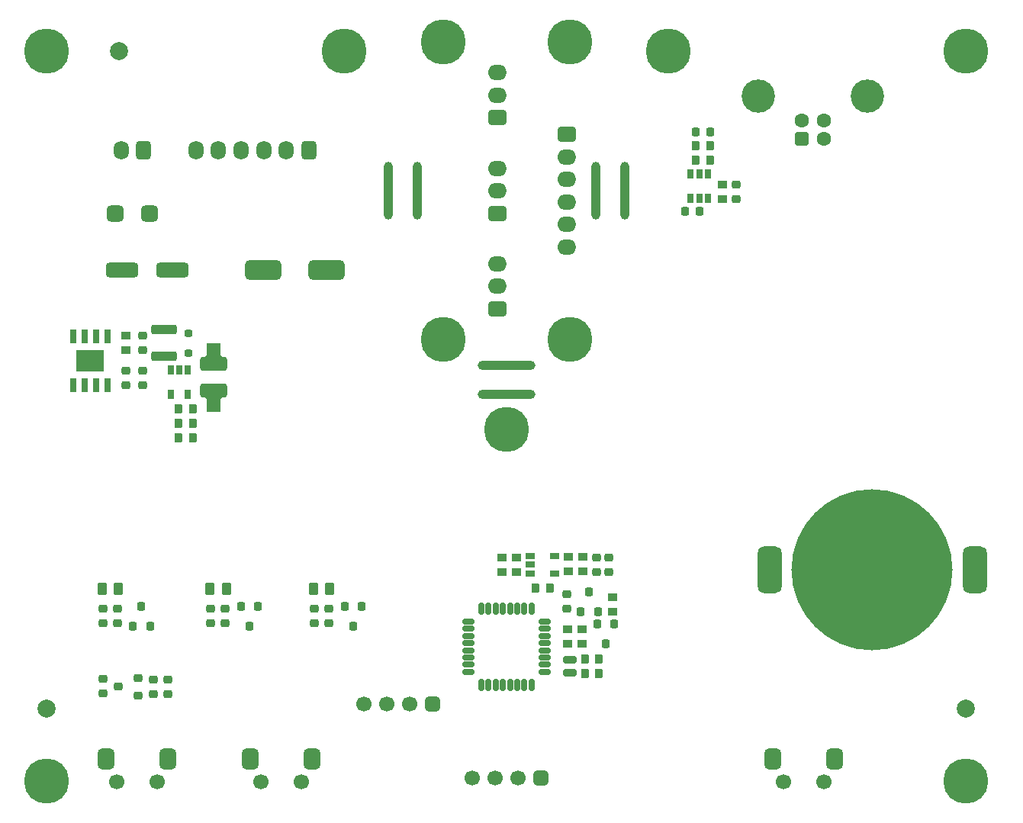
<source format=gts>
G04*
G04 #@! TF.GenerationSoftware,Altium Limited,Altium Designer,20.1.12 (249)*
G04*
G04 Layer_Color=20142*
%FSLAX25Y25*%
%MOIN*%
G70*
G04*
G04 #@! TF.SameCoordinates,A01A24DB-8456-4819-8E0F-2EBA4B08BD15*
G04*
G04*
G04 #@! TF.FilePolarity,Negative*
G04*
G01*
G75*
%ADD15R,0.03937X0.21260*%
%ADD16R,0.03937X0.21260*%
%ADD17R,0.21260X0.03937*%
%ADD18R,0.21260X0.03937*%
G04:AMPARAMS|DCode=19|XSize=51.18mil|YSize=23.62mil|CornerRadius=6.89mil|HoleSize=0mil|Usage=FLASHONLY|Rotation=90.000|XOffset=0mil|YOffset=0mil|HoleType=Round|Shape=RoundedRectangle|*
%AMROUNDEDRECTD19*
21,1,0.05118,0.00984,0,0,90.0*
21,1,0.03740,0.02362,0,0,90.0*
1,1,0.01378,0.00492,0.01870*
1,1,0.01378,0.00492,-0.01870*
1,1,0.01378,-0.00492,-0.01870*
1,1,0.01378,-0.00492,0.01870*
%
%ADD19ROUNDEDRECTD19*%
G04:AMPARAMS|DCode=20|XSize=51.18mil|YSize=23.62mil|CornerRadius=6.89mil|HoleSize=0mil|Usage=FLASHONLY|Rotation=180.000|XOffset=0mil|YOffset=0mil|HoleType=Round|Shape=RoundedRectangle|*
%AMROUNDEDRECTD20*
21,1,0.05118,0.00984,0,0,180.0*
21,1,0.03740,0.02362,0,0,180.0*
1,1,0.01378,-0.01870,0.00492*
1,1,0.01378,0.01870,0.00492*
1,1,0.01378,0.01870,-0.00492*
1,1,0.01378,-0.01870,-0.00492*
%
%ADD20ROUNDEDRECTD20*%
G04:AMPARAMS|DCode=21|XSize=39.37mil|YSize=35.43mil|CornerRadius=9.84mil|HoleSize=0mil|Usage=FLASHONLY|Rotation=270.000|XOffset=0mil|YOffset=0mil|HoleType=Round|Shape=RoundedRectangle|*
%AMROUNDEDRECTD21*
21,1,0.03937,0.01575,0,0,270.0*
21,1,0.01968,0.03543,0,0,270.0*
1,1,0.01968,-0.00787,-0.00984*
1,1,0.01968,-0.00787,0.00984*
1,1,0.01968,0.00787,0.00984*
1,1,0.01968,0.00787,-0.00984*
%
%ADD21ROUNDEDRECTD21*%
%ADD22C,0.70394*%
G04:AMPARAMS|DCode=23|XSize=103.94mil|YSize=203.94mil|CornerRadius=26.97mil|HoleSize=0mil|Usage=FLASHONLY|Rotation=180.000|XOffset=0mil|YOffset=0mil|HoleType=Round|Shape=RoundedRectangle|*
%AMROUNDEDRECTD23*
21,1,0.10394,0.15000,0,0,180.0*
21,1,0.05000,0.20394,0,0,180.0*
1,1,0.05394,-0.02500,0.07500*
1,1,0.05394,0.02500,0.07500*
1,1,0.05394,0.02500,-0.07500*
1,1,0.05394,-0.02500,-0.07500*
%
%ADD23ROUNDEDRECTD23*%
%ADD24C,0.07874*%
G04:AMPARAMS|DCode=25|XSize=27.56mil|YSize=43.31mil|CornerRadius=7.87mil|HoleSize=0mil|Usage=FLASHONLY|Rotation=90.000|XOffset=0mil|YOffset=0mil|HoleType=Round|Shape=RoundedRectangle|*
%AMROUNDEDRECTD25*
21,1,0.02756,0.02756,0,0,90.0*
21,1,0.01181,0.04331,0,0,90.0*
1,1,0.01575,0.01378,0.00591*
1,1,0.01575,0.01378,-0.00591*
1,1,0.01575,-0.01378,-0.00591*
1,1,0.01575,-0.01378,0.00591*
%
%ADD25ROUNDEDRECTD25*%
G04:AMPARAMS|DCode=26|XSize=39.37mil|YSize=35.43mil|CornerRadius=9.84mil|HoleSize=0mil|Usage=FLASHONLY|Rotation=0.000|XOffset=0mil|YOffset=0mil|HoleType=Round|Shape=RoundedRectangle|*
%AMROUNDEDRECTD26*
21,1,0.03937,0.01575,0,0,0.0*
21,1,0.01968,0.03543,0,0,0.0*
1,1,0.01968,0.00984,-0.00787*
1,1,0.01968,-0.00984,-0.00787*
1,1,0.01968,-0.00984,0.00787*
1,1,0.01968,0.00984,0.00787*
%
%ADD26ROUNDEDRECTD26*%
G04:AMPARAMS|DCode=27|XSize=43.31mil|YSize=35.43mil|CornerRadius=9.84mil|HoleSize=0mil|Usage=FLASHONLY|Rotation=0.000|XOffset=0mil|YOffset=0mil|HoleType=Round|Shape=RoundedRectangle|*
%AMROUNDEDRECTD27*
21,1,0.04331,0.01575,0,0,0.0*
21,1,0.02362,0.03543,0,0,0.0*
1,1,0.01968,0.01181,-0.00787*
1,1,0.01968,-0.01181,-0.00787*
1,1,0.01968,-0.01181,0.00787*
1,1,0.01968,0.01181,0.00787*
%
%ADD27ROUNDEDRECTD27*%
G04:AMPARAMS|DCode=28|XSize=43.31mil|YSize=35.43mil|CornerRadius=9.84mil|HoleSize=0mil|Usage=FLASHONLY|Rotation=90.000|XOffset=0mil|YOffset=0mil|HoleType=Round|Shape=RoundedRectangle|*
%AMROUNDEDRECTD28*
21,1,0.04331,0.01575,0,0,90.0*
21,1,0.02362,0.03543,0,0,90.0*
1,1,0.01968,0.00787,0.01181*
1,1,0.01968,0.00787,-0.01181*
1,1,0.01968,-0.00787,-0.01181*
1,1,0.01968,-0.00787,0.01181*
%
%ADD28ROUNDEDRECTD28*%
G04:AMPARAMS|DCode=29|XSize=35.43mil|YSize=31.5mil|CornerRadius=8.86mil|HoleSize=0mil|Usage=FLASHONLY|Rotation=0.000|XOffset=0mil|YOffset=0mil|HoleType=Round|Shape=RoundedRectangle|*
%AMROUNDEDRECTD29*
21,1,0.03543,0.01378,0,0,0.0*
21,1,0.01772,0.03150,0,0,0.0*
1,1,0.01772,0.00886,-0.00689*
1,1,0.01772,-0.00886,-0.00689*
1,1,0.01772,-0.00886,0.00689*
1,1,0.01772,0.00886,0.00689*
%
%ADD29ROUNDEDRECTD29*%
G04:AMPARAMS|DCode=30|XSize=122.05mil|YSize=62.99mil|CornerRadius=16.73mil|HoleSize=0mil|Usage=FLASHONLY|Rotation=180.000|XOffset=0mil|YOffset=0mil|HoleType=Round|Shape=RoundedRectangle|*
%AMROUNDEDRECTD30*
21,1,0.12205,0.02953,0,0,180.0*
21,1,0.08858,0.06299,0,0,180.0*
1,1,0.03347,-0.04429,0.01476*
1,1,0.03347,0.04429,0.01476*
1,1,0.03347,0.04429,-0.01476*
1,1,0.03347,-0.04429,-0.01476*
%
%ADD30ROUNDEDRECTD30*%
G04:AMPARAMS|DCode=31|XSize=35.43mil|YSize=39.37mil|CornerRadius=9.84mil|HoleSize=0mil|Usage=FLASHONLY|Rotation=270.000|XOffset=0mil|YOffset=0mil|HoleType=Round|Shape=RoundedRectangle|*
%AMROUNDEDRECTD31*
21,1,0.03543,0.01968,0,0,270.0*
21,1,0.01575,0.03937,0,0,270.0*
1,1,0.01968,-0.00984,-0.00787*
1,1,0.01968,-0.00984,0.00787*
1,1,0.01968,0.00984,0.00787*
1,1,0.01968,0.00984,-0.00787*
%
%ADD31ROUNDEDRECTD31*%
G04:AMPARAMS|DCode=32|XSize=27.56mil|YSize=62.99mil|CornerRadius=7.87mil|HoleSize=0mil|Usage=FLASHONLY|Rotation=180.000|XOffset=0mil|YOffset=0mil|HoleType=Round|Shape=RoundedRectangle|*
%AMROUNDEDRECTD32*
21,1,0.02756,0.04724,0,0,180.0*
21,1,0.01181,0.06299,0,0,180.0*
1,1,0.01575,-0.00591,0.02362*
1,1,0.01575,0.00591,0.02362*
1,1,0.01575,0.00591,-0.02362*
1,1,0.01575,-0.00591,-0.02362*
%
%ADD32ROUNDEDRECTD32*%
%ADD33R,0.12205X0.09449*%
G04:AMPARAMS|DCode=34|XSize=114.17mil|YSize=43.31mil|CornerRadius=11.81mil|HoleSize=0mil|Usage=FLASHONLY|Rotation=180.000|XOffset=0mil|YOffset=0mil|HoleType=Round|Shape=RoundedRectangle|*
%AMROUNDEDRECTD34*
21,1,0.11417,0.01968,0,0,180.0*
21,1,0.09055,0.04331,0,0,180.0*
1,1,0.02362,-0.04528,0.00984*
1,1,0.02362,0.04528,0.00984*
1,1,0.02362,0.04528,-0.00984*
1,1,0.02362,-0.04528,-0.00984*
%
%ADD34ROUNDEDRECTD34*%
G04:AMPARAMS|DCode=35|XSize=27.56mil|YSize=43.31mil|CornerRadius=7.87mil|HoleSize=0mil|Usage=FLASHONLY|Rotation=0.000|XOffset=0mil|YOffset=0mil|HoleType=Round|Shape=RoundedRectangle|*
%AMROUNDEDRECTD35*
21,1,0.02756,0.02756,0,0,0.0*
21,1,0.01181,0.04331,0,0,0.0*
1,1,0.01575,0.00591,-0.01378*
1,1,0.01575,-0.00591,-0.01378*
1,1,0.01575,-0.00591,0.01378*
1,1,0.01575,0.00591,0.01378*
%
%ADD35ROUNDEDRECTD35*%
G04:AMPARAMS|DCode=36|XSize=35.43mil|YSize=39.37mil|CornerRadius=9.84mil|HoleSize=0mil|Usage=FLASHONLY|Rotation=180.000|XOffset=0mil|YOffset=0mil|HoleType=Round|Shape=RoundedRectangle|*
%AMROUNDEDRECTD36*
21,1,0.03543,0.01968,0,0,180.0*
21,1,0.01575,0.03937,0,0,180.0*
1,1,0.01968,-0.00787,0.00984*
1,1,0.01968,0.00787,0.00984*
1,1,0.01968,0.00787,-0.00984*
1,1,0.01968,-0.00787,-0.00984*
%
%ADD36ROUNDEDRECTD36*%
G04:AMPARAMS|DCode=37|XSize=33.47mil|YSize=59.06mil|CornerRadius=9.35mil|HoleSize=0mil|Usage=FLASHONLY|Rotation=90.000|XOffset=0mil|YOffset=0mil|HoleType=Round|Shape=RoundedRectangle|*
%AMROUNDEDRECTD37*
21,1,0.03347,0.04035,0,0,90.0*
21,1,0.01476,0.05906,0,0,90.0*
1,1,0.01870,0.02018,0.00738*
1,1,0.01870,0.02018,-0.00738*
1,1,0.01870,-0.02018,-0.00738*
1,1,0.01870,-0.02018,0.00738*
%
%ADD37ROUNDEDRECTD37*%
G04:AMPARAMS|DCode=38|XSize=55.12mil|YSize=43.31mil|CornerRadius=11.81mil|HoleSize=0mil|Usage=FLASHONLY|Rotation=270.000|XOffset=0mil|YOffset=0mil|HoleType=Round|Shape=RoundedRectangle|*
%AMROUNDEDRECTD38*
21,1,0.05512,0.01968,0,0,270.0*
21,1,0.03150,0.04331,0,0,270.0*
1,1,0.02362,-0.00984,-0.01575*
1,1,0.02362,-0.00984,0.01575*
1,1,0.02362,0.00984,0.01575*
1,1,0.02362,0.00984,-0.01575*
%
%ADD38ROUNDEDRECTD38*%
G04:AMPARAMS|DCode=39|XSize=66.93mil|YSize=141.73mil|CornerRadius=17.72mil|HoleSize=0mil|Usage=FLASHONLY|Rotation=270.000|XOffset=0mil|YOffset=0mil|HoleType=Round|Shape=RoundedRectangle|*
%AMROUNDEDRECTD39*
21,1,0.06693,0.10630,0,0,270.0*
21,1,0.03150,0.14173,0,0,270.0*
1,1,0.03543,-0.05315,-0.01575*
1,1,0.03543,-0.05315,0.01575*
1,1,0.03543,0.05315,0.01575*
1,1,0.03543,0.05315,-0.01575*
%
%ADD39ROUNDEDRECTD39*%
G04:AMPARAMS|DCode=40|XSize=86.61mil|YSize=161.42mil|CornerRadius=22.64mil|HoleSize=0mil|Usage=FLASHONLY|Rotation=270.000|XOffset=0mil|YOffset=0mil|HoleType=Round|Shape=RoundedRectangle|*
%AMROUNDEDRECTD40*
21,1,0.08661,0.11614,0,0,270.0*
21,1,0.04134,0.16142,0,0,270.0*
1,1,0.04528,-0.05807,-0.02067*
1,1,0.04528,-0.05807,0.02067*
1,1,0.04528,0.05807,0.02067*
1,1,0.04528,0.05807,-0.02067*
%
%ADD40ROUNDEDRECTD40*%
G04:AMPARAMS|DCode=41|XSize=70.87mil|YSize=74.8mil|CornerRadius=18.7mil|HoleSize=0mil|Usage=FLASHONLY|Rotation=90.000|XOffset=0mil|YOffset=0mil|HoleType=Round|Shape=RoundedRectangle|*
%AMROUNDEDRECTD41*
21,1,0.07087,0.03740,0,0,90.0*
21,1,0.03347,0.07480,0,0,90.0*
1,1,0.03740,0.01870,0.01673*
1,1,0.03740,0.01870,-0.01673*
1,1,0.03740,-0.01870,-0.01673*
1,1,0.03740,-0.01870,0.01673*
%
%ADD41ROUNDEDRECTD41*%
%ADD42C,0.03937*%
%ADD43O,0.08268X0.06693*%
G04:AMPARAMS|DCode=44|XSize=66.93mil|YSize=82.68mil|CornerRadius=17.72mil|HoleSize=0mil|Usage=FLASHONLY|Rotation=270.000|XOffset=0mil|YOffset=0mil|HoleType=Round|Shape=RoundedRectangle|*
%AMROUNDEDRECTD44*
21,1,0.06693,0.04724,0,0,270.0*
21,1,0.03150,0.08268,0,0,270.0*
1,1,0.03543,-0.02362,-0.01575*
1,1,0.03543,-0.02362,0.01575*
1,1,0.03543,0.02362,0.01575*
1,1,0.03543,0.02362,-0.01575*
%
%ADD44ROUNDEDRECTD44*%
%ADD45C,0.14567*%
%ADD46C,0.06299*%
G04:AMPARAMS|DCode=47|XSize=62.99mil|YSize=62.99mil|CornerRadius=16.73mil|HoleSize=0mil|Usage=FLASHONLY|Rotation=180.000|XOffset=0mil|YOffset=0mil|HoleType=Round|Shape=RoundedRectangle|*
%AMROUNDEDRECTD47*
21,1,0.06299,0.02953,0,0,180.0*
21,1,0.02953,0.06299,0,0,180.0*
1,1,0.03347,-0.01476,0.01476*
1,1,0.03347,0.01476,0.01476*
1,1,0.03347,0.01476,-0.01476*
1,1,0.03347,-0.01476,-0.01476*
%
%ADD47ROUNDEDRECTD47*%
%ADD48C,0.06693*%
G04:AMPARAMS|DCode=49|XSize=66.93mil|YSize=66.93mil|CornerRadius=17.72mil|HoleSize=0mil|Usage=FLASHONLY|Rotation=180.000|XOffset=0mil|YOffset=0mil|HoleType=Round|Shape=RoundedRectangle|*
%AMROUNDEDRECTD49*
21,1,0.06693,0.03150,0,0,180.0*
21,1,0.03150,0.06693,0,0,180.0*
1,1,0.03543,-0.01575,0.01575*
1,1,0.03543,0.01575,0.01575*
1,1,0.03543,0.01575,-0.01575*
1,1,0.03543,-0.01575,-0.01575*
%
%ADD49ROUNDEDRECTD49*%
G04:AMPARAMS|DCode=50|XSize=66.93mil|YSize=66.93mil|CornerRadius=17.72mil|HoleSize=0mil|Usage=FLASHONLY|Rotation=270.000|XOffset=0mil|YOffset=0mil|HoleType=Round|Shape=RoundedRectangle|*
%AMROUNDEDRECTD50*
21,1,0.06693,0.03150,0,0,270.0*
21,1,0.03150,0.06693,0,0,270.0*
1,1,0.03543,-0.01575,-0.01575*
1,1,0.03543,-0.01575,0.01575*
1,1,0.03543,0.01575,0.01575*
1,1,0.03543,0.01575,-0.01575*
%
%ADD50ROUNDEDRECTD50*%
%ADD51O,0.06693X0.08268*%
G04:AMPARAMS|DCode=52|XSize=66.93mil|YSize=82.68mil|CornerRadius=17.72mil|HoleSize=0mil|Usage=FLASHONLY|Rotation=180.000|XOffset=0mil|YOffset=0mil|HoleType=Round|Shape=RoundedRectangle|*
%AMROUNDEDRECTD52*
21,1,0.06693,0.04724,0,0,180.0*
21,1,0.03150,0.08268,0,0,180.0*
1,1,0.03543,-0.01575,0.02362*
1,1,0.03543,0.01575,0.02362*
1,1,0.03543,0.01575,-0.02362*
1,1,0.03543,-0.01575,-0.02362*
%
%ADD52ROUNDEDRECTD52*%
G04:AMPARAMS|DCode=53|XSize=74.8mil|YSize=90.55mil|CornerRadius=19.68mil|HoleSize=0mil|Usage=FLASHONLY|Rotation=180.000|XOffset=0mil|YOffset=0mil|HoleType=Round|Shape=RoundedRectangle|*
%AMROUNDEDRECTD53*
21,1,0.07480,0.05118,0,0,180.0*
21,1,0.03543,0.09055,0,0,180.0*
1,1,0.03937,-0.01772,0.02559*
1,1,0.03937,0.01772,0.02559*
1,1,0.03937,0.01772,-0.02559*
1,1,0.03937,-0.01772,-0.02559*
%
%ADD53ROUNDEDRECTD53*%
%ADD54C,0.19685*%
%ADD55C,0.02362*%
G36*
X92342Y183660D02*
X92361Y183659D01*
X92390Y183650D01*
X92399Y183647D01*
X92433Y183629D01*
X92463Y183604D01*
X92487Y183574D01*
X92506Y183540D01*
X92508Y183532D01*
X92517Y183503D01*
X92519Y183484D01*
X92521Y183465D01*
X92519Y183445D01*
X92517Y183426D01*
X92508Y183397D01*
X92506Y183389D01*
X92487Y183355D01*
X92463Y183325D01*
X91733Y182595D01*
X91733Y177362D01*
X91729Y177323D01*
X91718Y177286D01*
X91700Y177252D01*
X91675Y177222D01*
X91645Y177198D01*
X91611Y177179D01*
X91574Y177168D01*
X91535Y177164D01*
X85630Y177164D01*
X85591Y177168D01*
X85554Y177180D01*
X85520Y177198D01*
X85490Y177222D01*
X85466Y177252D01*
X85447Y177287D01*
X85436Y177324D01*
X85432Y177362D01*
X85432Y182595D01*
X84703Y183325D01*
X84703Y183325D01*
X84678Y183355D01*
X84660Y183389D01*
X84657Y183397D01*
X84649Y183426D01*
X84645Y183465D01*
X84649Y183503D01*
X84660Y183540D01*
X84678Y183574D01*
X84703Y183604D01*
X84733Y183629D01*
X84767Y183647D01*
X84804Y183659D01*
X84842Y183662D01*
X92323D01*
X92323Y183662D01*
X92342Y183660D01*
D02*
G37*
G36*
X91536Y207087D02*
X91574Y207084D01*
X91611Y207072D01*
X91645Y207054D01*
X91675Y207030D01*
X91700Y207000D01*
X91718Y206965D01*
X91729Y206928D01*
X91733Y206890D01*
X91733Y201657D01*
X92463Y200927D01*
X92463Y200927D01*
X92487Y200897D01*
X92506Y200863D01*
X92508Y200854D01*
X92517Y200826D01*
X92521Y200787D01*
X92517Y200749D01*
X92506Y200712D01*
X92487Y200677D01*
X92463Y200647D01*
X92433Y200623D01*
X92399Y200605D01*
X92361Y200593D01*
X92323Y200590D01*
X84843D01*
X84842Y200590D01*
X84823Y200591D01*
X84804Y200593D01*
X84776Y200602D01*
X84767Y200605D01*
X84733Y200623D01*
X84703Y200647D01*
X84678Y200677D01*
X84660Y200712D01*
X84657Y200720D01*
X84649Y200749D01*
X84647Y200768D01*
X84645Y200787D01*
X84647Y200807D01*
X84649Y200826D01*
X84657Y200854D01*
X84660Y200863D01*
X84678Y200897D01*
X84703Y200927D01*
X85432Y201657D01*
X85432Y206890D01*
X85436Y206928D01*
X85447Y206965D01*
X85466Y207000D01*
X85490Y207030D01*
X85520Y207054D01*
X85554Y207073D01*
X85591Y207084D01*
X85630Y207088D01*
X91536Y207087D01*
D02*
G37*
D15*
X177559Y273622D02*
D03*
X255512Y273622D02*
D03*
D16*
X164961Y273622D02*
D03*
X268110Y273622D02*
D03*
D17*
X216535Y197244D02*
D03*
D18*
X216535Y184646D02*
D03*
D19*
X208662Y91142D02*
D03*
X224410D02*
D03*
X208662Y57678D02*
D03*
X224410D02*
D03*
X205512Y91142D02*
D03*
X214961D02*
D03*
X211811D02*
D03*
X221260D02*
D03*
X218111D02*
D03*
X227559D02*
D03*
X205512Y57678D02*
D03*
X211811D02*
D03*
X214961D02*
D03*
X218111D02*
D03*
X221260D02*
D03*
X227559D02*
D03*
D20*
X199803Y82284D02*
D03*
X233268D02*
D03*
X199803Y66536D02*
D03*
X233268D02*
D03*
X199803Y85433D02*
D03*
X233268D02*
D03*
X199803Y79134D02*
D03*
Y75985D02*
D03*
X233268D02*
D03*
Y79134D02*
D03*
X199803Y72835D02*
D03*
Y69685D02*
D03*
X233268D02*
D03*
Y72835D02*
D03*
X199803Y63386D02*
D03*
X233268D02*
D03*
D21*
X300787Y264567D02*
D03*
X294488D02*
D03*
X305512Y299213D02*
D03*
X299213D02*
D03*
D22*
X376378Y107874D02*
D03*
D23*
X421260D02*
D03*
X331496D02*
D03*
D24*
X417323Y47244D02*
D03*
X15748D02*
D03*
X47244Y334646D02*
D03*
D25*
X226969Y113976D02*
D03*
Y110236D02*
D03*
Y106496D02*
D03*
X237598D02*
D03*
Y113976D02*
D03*
D26*
X50394Y194882D02*
D03*
Y188583D02*
D03*
X57480Y194882D02*
D03*
Y188583D02*
D03*
Y210236D02*
D03*
Y203937D02*
D03*
X68504Y59842D02*
D03*
Y53543D02*
D03*
X62205D02*
D03*
Y59842D02*
D03*
X40157Y60236D02*
D03*
Y53937D02*
D03*
X261417Y113386D02*
D03*
Y107087D02*
D03*
X242913Y90945D02*
D03*
Y97244D02*
D03*
X255906Y113386D02*
D03*
Y107087D02*
D03*
X40157Y84646D02*
D03*
Y90945D02*
D03*
X46457Y84646D02*
D03*
Y90945D02*
D03*
X93701Y84646D02*
D03*
Y90945D02*
D03*
X87402Y84646D02*
D03*
Y90945D02*
D03*
X138976Y84646D02*
D03*
Y90945D02*
D03*
X132677Y84646D02*
D03*
Y90945D02*
D03*
X316929Y270079D02*
D03*
Y276378D02*
D03*
D27*
X50394Y203937D02*
D03*
Y210236D02*
D03*
X250000Y107480D02*
D03*
Y113779D02*
D03*
X243701Y107480D02*
D03*
Y113779D02*
D03*
X220866Y107087D02*
D03*
Y113386D02*
D03*
X214567Y107087D02*
D03*
Y113386D02*
D03*
X262992Y96063D02*
D03*
Y89764D02*
D03*
X243307Y81890D02*
D03*
Y75590D02*
D03*
X249606Y81890D02*
D03*
Y75590D02*
D03*
X311024Y276378D02*
D03*
Y270079D02*
D03*
D28*
X73228Y172047D02*
D03*
X79527D02*
D03*
X73228Y165748D02*
D03*
X79527D02*
D03*
Y178347D02*
D03*
X73228D02*
D03*
X229134Y100000D02*
D03*
X235433D02*
D03*
X257087Y68898D02*
D03*
X250787D02*
D03*
X257087Y62598D02*
D03*
X250787D02*
D03*
X299213Y293307D02*
D03*
X305512D02*
D03*
X299213Y287008D02*
D03*
X305512D02*
D03*
D29*
X77559Y211417D02*
D03*
Y202756D02*
D03*
D30*
X88583Y186221D02*
D03*
Y198031D02*
D03*
D31*
X46850Y56890D02*
D03*
X55512Y60630D02*
D03*
Y53150D02*
D03*
D32*
X42146Y209981D02*
D03*
X37146D02*
D03*
X32146D02*
D03*
X27146D02*
D03*
X42146Y188721D02*
D03*
X37146D02*
D03*
X32146D02*
D03*
X27146D02*
D03*
D33*
X34646Y199350D02*
D03*
D34*
X66929Y201181D02*
D03*
Y212992D02*
D03*
D35*
X77362Y195276D02*
D03*
X73622D02*
D03*
X69882D02*
D03*
Y184646D02*
D03*
X77362D02*
D03*
X300787Y270276D02*
D03*
X304528D02*
D03*
X297047D02*
D03*
Y280906D02*
D03*
X300787D02*
D03*
X304528D02*
D03*
D36*
X249016Y89764D02*
D03*
X256496D02*
D03*
X252756Y98425D02*
D03*
X259843Y75591D02*
D03*
X256102Y84252D02*
D03*
X263583D02*
D03*
X57086Y92126D02*
D03*
X60827Y83464D02*
D03*
X53346D02*
D03*
X104331Y83465D02*
D03*
X100591Y92126D02*
D03*
X108071D02*
D03*
X149606Y83465D02*
D03*
X145866Y92126D02*
D03*
X153347D02*
D03*
D37*
X244094Y62894D02*
D03*
Y68602D02*
D03*
D38*
X46851Y99606D02*
D03*
X39764D02*
D03*
X94095Y99606D02*
D03*
X87008D02*
D03*
X139370Y99606D02*
D03*
X132284D02*
D03*
D39*
X48425Y238976D02*
D03*
X70472D02*
D03*
D40*
X110236D02*
D03*
X137795D02*
D03*
D41*
X60630Y263779D02*
D03*
X45669D02*
D03*
D42*
X164961Y284252D02*
D03*
X177559Y284252D02*
D03*
Y280709D02*
D03*
Y266535D02*
D03*
Y273622D02*
D03*
Y262992D02*
D03*
Y270079D02*
D03*
Y277165D02*
D03*
X164961Y280709D02*
D03*
Y266535D02*
D03*
Y273622D02*
D03*
Y262992D02*
D03*
Y270079D02*
D03*
Y277165D02*
D03*
X220079Y197244D02*
D03*
X212992D02*
D03*
X205906D02*
D03*
X216535D02*
D03*
X209449D02*
D03*
X223622D02*
D03*
X220079Y184646D02*
D03*
X212992D02*
D03*
X205906D02*
D03*
X216535D02*
D03*
X209449D02*
D03*
X223622D02*
D03*
X227165D02*
D03*
X227165Y197244D02*
D03*
X268110Y270079D02*
D03*
Y277165D02*
D03*
Y284252D02*
D03*
Y273622D02*
D03*
Y280709D02*
D03*
Y266535D02*
D03*
X255512Y270079D02*
D03*
Y277165D02*
D03*
Y284252D02*
D03*
Y273622D02*
D03*
Y280709D02*
D03*
Y266535D02*
D03*
Y262992D02*
D03*
X268110Y262992D02*
D03*
D43*
X242913Y268701D02*
D03*
Y258858D02*
D03*
Y278543D02*
D03*
Y288386D02*
D03*
Y249016D02*
D03*
X212598Y231890D02*
D03*
Y241732D02*
D03*
X212598Y273622D02*
D03*
Y283465D02*
D03*
Y325197D02*
D03*
Y315354D02*
D03*
D44*
X242913Y298228D02*
D03*
X212598Y222047D02*
D03*
X212598Y263779D02*
D03*
Y305512D02*
D03*
D45*
X326693Y315000D02*
D03*
X374095D02*
D03*
D46*
X345472Y304331D02*
D03*
X355315Y296457D02*
D03*
Y304331D02*
D03*
D47*
X345472Y296457D02*
D03*
D48*
X211535Y17126D02*
D03*
X221535D02*
D03*
X201535D02*
D03*
X174292Y49213D02*
D03*
X164292D02*
D03*
X154292D02*
D03*
X355315Y15354D02*
D03*
X337598D02*
D03*
X63976D02*
D03*
X46260D02*
D03*
X126969D02*
D03*
X109252D02*
D03*
D49*
X231535Y17126D02*
D03*
D50*
X184292Y49213D02*
D03*
D51*
X80905Y291339D02*
D03*
X120276D02*
D03*
X110433D02*
D03*
X90748D02*
D03*
X100591D02*
D03*
X48228D02*
D03*
D52*
X130118D02*
D03*
X58071D02*
D03*
D53*
X359842Y25197D02*
D03*
X333071D02*
D03*
X68504D02*
D03*
X41732D02*
D03*
X131496D02*
D03*
X104724D02*
D03*
D54*
X216535Y169291D02*
D03*
X417323Y334646D02*
D03*
X287402D02*
D03*
X145669D02*
D03*
X244094Y208661D02*
D03*
X188976D02*
D03*
X244094Y338583D02*
D03*
X188976D02*
D03*
X15748Y15748D02*
D03*
X417323D02*
D03*
X15748Y334646D02*
D03*
D55*
X29921Y196792D02*
D03*
X39370Y201910D02*
D03*
X29921D02*
D03*
X39370Y196792D02*
D03*
X34645D02*
D03*
Y201910D02*
D03*
M02*

</source>
